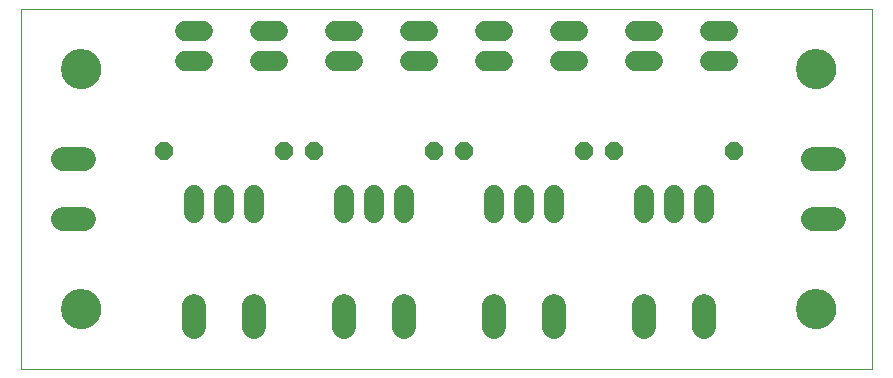
<source format=gbs>
G75*
%MOIN*%
%OFA0B0*%
%FSLAX25Y25*%
%IPPOS*%
%LPD*%
%AMOC8*
5,1,8,0,0,1.08239X$1,22.5*
%
%ADD10C,0.00000*%
%ADD11C,0.06800*%
%ADD12OC8,0.06000*%
%ADD13C,0.07850*%
%ADD14C,0.13398*%
D10*
X0006800Y0001800D02*
X0006800Y0121761D01*
X0290501Y0121761D01*
X0290501Y0001800D01*
X0006800Y0001800D01*
X0020501Y0021800D02*
X0020503Y0021958D01*
X0020509Y0022116D01*
X0020519Y0022274D01*
X0020533Y0022432D01*
X0020551Y0022589D01*
X0020572Y0022746D01*
X0020598Y0022902D01*
X0020628Y0023058D01*
X0020661Y0023213D01*
X0020699Y0023366D01*
X0020740Y0023519D01*
X0020785Y0023671D01*
X0020834Y0023822D01*
X0020887Y0023971D01*
X0020943Y0024119D01*
X0021003Y0024265D01*
X0021067Y0024410D01*
X0021135Y0024553D01*
X0021206Y0024695D01*
X0021280Y0024835D01*
X0021358Y0024972D01*
X0021440Y0025108D01*
X0021524Y0025242D01*
X0021613Y0025373D01*
X0021704Y0025502D01*
X0021799Y0025629D01*
X0021896Y0025754D01*
X0021997Y0025876D01*
X0022101Y0025995D01*
X0022208Y0026112D01*
X0022318Y0026226D01*
X0022431Y0026337D01*
X0022546Y0026446D01*
X0022664Y0026551D01*
X0022785Y0026653D01*
X0022908Y0026753D01*
X0023034Y0026849D01*
X0023162Y0026942D01*
X0023292Y0027032D01*
X0023425Y0027118D01*
X0023560Y0027202D01*
X0023696Y0027281D01*
X0023835Y0027358D01*
X0023976Y0027430D01*
X0024118Y0027500D01*
X0024262Y0027565D01*
X0024408Y0027627D01*
X0024555Y0027685D01*
X0024704Y0027740D01*
X0024854Y0027791D01*
X0025005Y0027838D01*
X0025157Y0027881D01*
X0025310Y0027920D01*
X0025465Y0027956D01*
X0025620Y0027987D01*
X0025776Y0028015D01*
X0025932Y0028039D01*
X0026089Y0028059D01*
X0026247Y0028075D01*
X0026404Y0028087D01*
X0026563Y0028095D01*
X0026721Y0028099D01*
X0026879Y0028099D01*
X0027037Y0028095D01*
X0027196Y0028087D01*
X0027353Y0028075D01*
X0027511Y0028059D01*
X0027668Y0028039D01*
X0027824Y0028015D01*
X0027980Y0027987D01*
X0028135Y0027956D01*
X0028290Y0027920D01*
X0028443Y0027881D01*
X0028595Y0027838D01*
X0028746Y0027791D01*
X0028896Y0027740D01*
X0029045Y0027685D01*
X0029192Y0027627D01*
X0029338Y0027565D01*
X0029482Y0027500D01*
X0029624Y0027430D01*
X0029765Y0027358D01*
X0029904Y0027281D01*
X0030040Y0027202D01*
X0030175Y0027118D01*
X0030308Y0027032D01*
X0030438Y0026942D01*
X0030566Y0026849D01*
X0030692Y0026753D01*
X0030815Y0026653D01*
X0030936Y0026551D01*
X0031054Y0026446D01*
X0031169Y0026337D01*
X0031282Y0026226D01*
X0031392Y0026112D01*
X0031499Y0025995D01*
X0031603Y0025876D01*
X0031704Y0025754D01*
X0031801Y0025629D01*
X0031896Y0025502D01*
X0031987Y0025373D01*
X0032076Y0025242D01*
X0032160Y0025108D01*
X0032242Y0024972D01*
X0032320Y0024835D01*
X0032394Y0024695D01*
X0032465Y0024553D01*
X0032533Y0024410D01*
X0032597Y0024265D01*
X0032657Y0024119D01*
X0032713Y0023971D01*
X0032766Y0023822D01*
X0032815Y0023671D01*
X0032860Y0023519D01*
X0032901Y0023366D01*
X0032939Y0023213D01*
X0032972Y0023058D01*
X0033002Y0022902D01*
X0033028Y0022746D01*
X0033049Y0022589D01*
X0033067Y0022432D01*
X0033081Y0022274D01*
X0033091Y0022116D01*
X0033097Y0021958D01*
X0033099Y0021800D01*
X0033097Y0021642D01*
X0033091Y0021484D01*
X0033081Y0021326D01*
X0033067Y0021168D01*
X0033049Y0021011D01*
X0033028Y0020854D01*
X0033002Y0020698D01*
X0032972Y0020542D01*
X0032939Y0020387D01*
X0032901Y0020234D01*
X0032860Y0020081D01*
X0032815Y0019929D01*
X0032766Y0019778D01*
X0032713Y0019629D01*
X0032657Y0019481D01*
X0032597Y0019335D01*
X0032533Y0019190D01*
X0032465Y0019047D01*
X0032394Y0018905D01*
X0032320Y0018765D01*
X0032242Y0018628D01*
X0032160Y0018492D01*
X0032076Y0018358D01*
X0031987Y0018227D01*
X0031896Y0018098D01*
X0031801Y0017971D01*
X0031704Y0017846D01*
X0031603Y0017724D01*
X0031499Y0017605D01*
X0031392Y0017488D01*
X0031282Y0017374D01*
X0031169Y0017263D01*
X0031054Y0017154D01*
X0030936Y0017049D01*
X0030815Y0016947D01*
X0030692Y0016847D01*
X0030566Y0016751D01*
X0030438Y0016658D01*
X0030308Y0016568D01*
X0030175Y0016482D01*
X0030040Y0016398D01*
X0029904Y0016319D01*
X0029765Y0016242D01*
X0029624Y0016170D01*
X0029482Y0016100D01*
X0029338Y0016035D01*
X0029192Y0015973D01*
X0029045Y0015915D01*
X0028896Y0015860D01*
X0028746Y0015809D01*
X0028595Y0015762D01*
X0028443Y0015719D01*
X0028290Y0015680D01*
X0028135Y0015644D01*
X0027980Y0015613D01*
X0027824Y0015585D01*
X0027668Y0015561D01*
X0027511Y0015541D01*
X0027353Y0015525D01*
X0027196Y0015513D01*
X0027037Y0015505D01*
X0026879Y0015501D01*
X0026721Y0015501D01*
X0026563Y0015505D01*
X0026404Y0015513D01*
X0026247Y0015525D01*
X0026089Y0015541D01*
X0025932Y0015561D01*
X0025776Y0015585D01*
X0025620Y0015613D01*
X0025465Y0015644D01*
X0025310Y0015680D01*
X0025157Y0015719D01*
X0025005Y0015762D01*
X0024854Y0015809D01*
X0024704Y0015860D01*
X0024555Y0015915D01*
X0024408Y0015973D01*
X0024262Y0016035D01*
X0024118Y0016100D01*
X0023976Y0016170D01*
X0023835Y0016242D01*
X0023696Y0016319D01*
X0023560Y0016398D01*
X0023425Y0016482D01*
X0023292Y0016568D01*
X0023162Y0016658D01*
X0023034Y0016751D01*
X0022908Y0016847D01*
X0022785Y0016947D01*
X0022664Y0017049D01*
X0022546Y0017154D01*
X0022431Y0017263D01*
X0022318Y0017374D01*
X0022208Y0017488D01*
X0022101Y0017605D01*
X0021997Y0017724D01*
X0021896Y0017846D01*
X0021799Y0017971D01*
X0021704Y0018098D01*
X0021613Y0018227D01*
X0021524Y0018358D01*
X0021440Y0018492D01*
X0021358Y0018628D01*
X0021280Y0018765D01*
X0021206Y0018905D01*
X0021135Y0019047D01*
X0021067Y0019190D01*
X0021003Y0019335D01*
X0020943Y0019481D01*
X0020887Y0019629D01*
X0020834Y0019778D01*
X0020785Y0019929D01*
X0020740Y0020081D01*
X0020699Y0020234D01*
X0020661Y0020387D01*
X0020628Y0020542D01*
X0020598Y0020698D01*
X0020572Y0020854D01*
X0020551Y0021011D01*
X0020533Y0021168D01*
X0020519Y0021326D01*
X0020509Y0021484D01*
X0020503Y0021642D01*
X0020501Y0021800D01*
X0020501Y0101800D02*
X0020503Y0101958D01*
X0020509Y0102116D01*
X0020519Y0102274D01*
X0020533Y0102432D01*
X0020551Y0102589D01*
X0020572Y0102746D01*
X0020598Y0102902D01*
X0020628Y0103058D01*
X0020661Y0103213D01*
X0020699Y0103366D01*
X0020740Y0103519D01*
X0020785Y0103671D01*
X0020834Y0103822D01*
X0020887Y0103971D01*
X0020943Y0104119D01*
X0021003Y0104265D01*
X0021067Y0104410D01*
X0021135Y0104553D01*
X0021206Y0104695D01*
X0021280Y0104835D01*
X0021358Y0104972D01*
X0021440Y0105108D01*
X0021524Y0105242D01*
X0021613Y0105373D01*
X0021704Y0105502D01*
X0021799Y0105629D01*
X0021896Y0105754D01*
X0021997Y0105876D01*
X0022101Y0105995D01*
X0022208Y0106112D01*
X0022318Y0106226D01*
X0022431Y0106337D01*
X0022546Y0106446D01*
X0022664Y0106551D01*
X0022785Y0106653D01*
X0022908Y0106753D01*
X0023034Y0106849D01*
X0023162Y0106942D01*
X0023292Y0107032D01*
X0023425Y0107118D01*
X0023560Y0107202D01*
X0023696Y0107281D01*
X0023835Y0107358D01*
X0023976Y0107430D01*
X0024118Y0107500D01*
X0024262Y0107565D01*
X0024408Y0107627D01*
X0024555Y0107685D01*
X0024704Y0107740D01*
X0024854Y0107791D01*
X0025005Y0107838D01*
X0025157Y0107881D01*
X0025310Y0107920D01*
X0025465Y0107956D01*
X0025620Y0107987D01*
X0025776Y0108015D01*
X0025932Y0108039D01*
X0026089Y0108059D01*
X0026247Y0108075D01*
X0026404Y0108087D01*
X0026563Y0108095D01*
X0026721Y0108099D01*
X0026879Y0108099D01*
X0027037Y0108095D01*
X0027196Y0108087D01*
X0027353Y0108075D01*
X0027511Y0108059D01*
X0027668Y0108039D01*
X0027824Y0108015D01*
X0027980Y0107987D01*
X0028135Y0107956D01*
X0028290Y0107920D01*
X0028443Y0107881D01*
X0028595Y0107838D01*
X0028746Y0107791D01*
X0028896Y0107740D01*
X0029045Y0107685D01*
X0029192Y0107627D01*
X0029338Y0107565D01*
X0029482Y0107500D01*
X0029624Y0107430D01*
X0029765Y0107358D01*
X0029904Y0107281D01*
X0030040Y0107202D01*
X0030175Y0107118D01*
X0030308Y0107032D01*
X0030438Y0106942D01*
X0030566Y0106849D01*
X0030692Y0106753D01*
X0030815Y0106653D01*
X0030936Y0106551D01*
X0031054Y0106446D01*
X0031169Y0106337D01*
X0031282Y0106226D01*
X0031392Y0106112D01*
X0031499Y0105995D01*
X0031603Y0105876D01*
X0031704Y0105754D01*
X0031801Y0105629D01*
X0031896Y0105502D01*
X0031987Y0105373D01*
X0032076Y0105242D01*
X0032160Y0105108D01*
X0032242Y0104972D01*
X0032320Y0104835D01*
X0032394Y0104695D01*
X0032465Y0104553D01*
X0032533Y0104410D01*
X0032597Y0104265D01*
X0032657Y0104119D01*
X0032713Y0103971D01*
X0032766Y0103822D01*
X0032815Y0103671D01*
X0032860Y0103519D01*
X0032901Y0103366D01*
X0032939Y0103213D01*
X0032972Y0103058D01*
X0033002Y0102902D01*
X0033028Y0102746D01*
X0033049Y0102589D01*
X0033067Y0102432D01*
X0033081Y0102274D01*
X0033091Y0102116D01*
X0033097Y0101958D01*
X0033099Y0101800D01*
X0033097Y0101642D01*
X0033091Y0101484D01*
X0033081Y0101326D01*
X0033067Y0101168D01*
X0033049Y0101011D01*
X0033028Y0100854D01*
X0033002Y0100698D01*
X0032972Y0100542D01*
X0032939Y0100387D01*
X0032901Y0100234D01*
X0032860Y0100081D01*
X0032815Y0099929D01*
X0032766Y0099778D01*
X0032713Y0099629D01*
X0032657Y0099481D01*
X0032597Y0099335D01*
X0032533Y0099190D01*
X0032465Y0099047D01*
X0032394Y0098905D01*
X0032320Y0098765D01*
X0032242Y0098628D01*
X0032160Y0098492D01*
X0032076Y0098358D01*
X0031987Y0098227D01*
X0031896Y0098098D01*
X0031801Y0097971D01*
X0031704Y0097846D01*
X0031603Y0097724D01*
X0031499Y0097605D01*
X0031392Y0097488D01*
X0031282Y0097374D01*
X0031169Y0097263D01*
X0031054Y0097154D01*
X0030936Y0097049D01*
X0030815Y0096947D01*
X0030692Y0096847D01*
X0030566Y0096751D01*
X0030438Y0096658D01*
X0030308Y0096568D01*
X0030175Y0096482D01*
X0030040Y0096398D01*
X0029904Y0096319D01*
X0029765Y0096242D01*
X0029624Y0096170D01*
X0029482Y0096100D01*
X0029338Y0096035D01*
X0029192Y0095973D01*
X0029045Y0095915D01*
X0028896Y0095860D01*
X0028746Y0095809D01*
X0028595Y0095762D01*
X0028443Y0095719D01*
X0028290Y0095680D01*
X0028135Y0095644D01*
X0027980Y0095613D01*
X0027824Y0095585D01*
X0027668Y0095561D01*
X0027511Y0095541D01*
X0027353Y0095525D01*
X0027196Y0095513D01*
X0027037Y0095505D01*
X0026879Y0095501D01*
X0026721Y0095501D01*
X0026563Y0095505D01*
X0026404Y0095513D01*
X0026247Y0095525D01*
X0026089Y0095541D01*
X0025932Y0095561D01*
X0025776Y0095585D01*
X0025620Y0095613D01*
X0025465Y0095644D01*
X0025310Y0095680D01*
X0025157Y0095719D01*
X0025005Y0095762D01*
X0024854Y0095809D01*
X0024704Y0095860D01*
X0024555Y0095915D01*
X0024408Y0095973D01*
X0024262Y0096035D01*
X0024118Y0096100D01*
X0023976Y0096170D01*
X0023835Y0096242D01*
X0023696Y0096319D01*
X0023560Y0096398D01*
X0023425Y0096482D01*
X0023292Y0096568D01*
X0023162Y0096658D01*
X0023034Y0096751D01*
X0022908Y0096847D01*
X0022785Y0096947D01*
X0022664Y0097049D01*
X0022546Y0097154D01*
X0022431Y0097263D01*
X0022318Y0097374D01*
X0022208Y0097488D01*
X0022101Y0097605D01*
X0021997Y0097724D01*
X0021896Y0097846D01*
X0021799Y0097971D01*
X0021704Y0098098D01*
X0021613Y0098227D01*
X0021524Y0098358D01*
X0021440Y0098492D01*
X0021358Y0098628D01*
X0021280Y0098765D01*
X0021206Y0098905D01*
X0021135Y0099047D01*
X0021067Y0099190D01*
X0021003Y0099335D01*
X0020943Y0099481D01*
X0020887Y0099629D01*
X0020834Y0099778D01*
X0020785Y0099929D01*
X0020740Y0100081D01*
X0020699Y0100234D01*
X0020661Y0100387D01*
X0020628Y0100542D01*
X0020598Y0100698D01*
X0020572Y0100854D01*
X0020551Y0101011D01*
X0020533Y0101168D01*
X0020519Y0101326D01*
X0020509Y0101484D01*
X0020503Y0101642D01*
X0020501Y0101800D01*
X0265501Y0101800D02*
X0265503Y0101958D01*
X0265509Y0102116D01*
X0265519Y0102274D01*
X0265533Y0102432D01*
X0265551Y0102589D01*
X0265572Y0102746D01*
X0265598Y0102902D01*
X0265628Y0103058D01*
X0265661Y0103213D01*
X0265699Y0103366D01*
X0265740Y0103519D01*
X0265785Y0103671D01*
X0265834Y0103822D01*
X0265887Y0103971D01*
X0265943Y0104119D01*
X0266003Y0104265D01*
X0266067Y0104410D01*
X0266135Y0104553D01*
X0266206Y0104695D01*
X0266280Y0104835D01*
X0266358Y0104972D01*
X0266440Y0105108D01*
X0266524Y0105242D01*
X0266613Y0105373D01*
X0266704Y0105502D01*
X0266799Y0105629D01*
X0266896Y0105754D01*
X0266997Y0105876D01*
X0267101Y0105995D01*
X0267208Y0106112D01*
X0267318Y0106226D01*
X0267431Y0106337D01*
X0267546Y0106446D01*
X0267664Y0106551D01*
X0267785Y0106653D01*
X0267908Y0106753D01*
X0268034Y0106849D01*
X0268162Y0106942D01*
X0268292Y0107032D01*
X0268425Y0107118D01*
X0268560Y0107202D01*
X0268696Y0107281D01*
X0268835Y0107358D01*
X0268976Y0107430D01*
X0269118Y0107500D01*
X0269262Y0107565D01*
X0269408Y0107627D01*
X0269555Y0107685D01*
X0269704Y0107740D01*
X0269854Y0107791D01*
X0270005Y0107838D01*
X0270157Y0107881D01*
X0270310Y0107920D01*
X0270465Y0107956D01*
X0270620Y0107987D01*
X0270776Y0108015D01*
X0270932Y0108039D01*
X0271089Y0108059D01*
X0271247Y0108075D01*
X0271404Y0108087D01*
X0271563Y0108095D01*
X0271721Y0108099D01*
X0271879Y0108099D01*
X0272037Y0108095D01*
X0272196Y0108087D01*
X0272353Y0108075D01*
X0272511Y0108059D01*
X0272668Y0108039D01*
X0272824Y0108015D01*
X0272980Y0107987D01*
X0273135Y0107956D01*
X0273290Y0107920D01*
X0273443Y0107881D01*
X0273595Y0107838D01*
X0273746Y0107791D01*
X0273896Y0107740D01*
X0274045Y0107685D01*
X0274192Y0107627D01*
X0274338Y0107565D01*
X0274482Y0107500D01*
X0274624Y0107430D01*
X0274765Y0107358D01*
X0274904Y0107281D01*
X0275040Y0107202D01*
X0275175Y0107118D01*
X0275308Y0107032D01*
X0275438Y0106942D01*
X0275566Y0106849D01*
X0275692Y0106753D01*
X0275815Y0106653D01*
X0275936Y0106551D01*
X0276054Y0106446D01*
X0276169Y0106337D01*
X0276282Y0106226D01*
X0276392Y0106112D01*
X0276499Y0105995D01*
X0276603Y0105876D01*
X0276704Y0105754D01*
X0276801Y0105629D01*
X0276896Y0105502D01*
X0276987Y0105373D01*
X0277076Y0105242D01*
X0277160Y0105108D01*
X0277242Y0104972D01*
X0277320Y0104835D01*
X0277394Y0104695D01*
X0277465Y0104553D01*
X0277533Y0104410D01*
X0277597Y0104265D01*
X0277657Y0104119D01*
X0277713Y0103971D01*
X0277766Y0103822D01*
X0277815Y0103671D01*
X0277860Y0103519D01*
X0277901Y0103366D01*
X0277939Y0103213D01*
X0277972Y0103058D01*
X0278002Y0102902D01*
X0278028Y0102746D01*
X0278049Y0102589D01*
X0278067Y0102432D01*
X0278081Y0102274D01*
X0278091Y0102116D01*
X0278097Y0101958D01*
X0278099Y0101800D01*
X0278097Y0101642D01*
X0278091Y0101484D01*
X0278081Y0101326D01*
X0278067Y0101168D01*
X0278049Y0101011D01*
X0278028Y0100854D01*
X0278002Y0100698D01*
X0277972Y0100542D01*
X0277939Y0100387D01*
X0277901Y0100234D01*
X0277860Y0100081D01*
X0277815Y0099929D01*
X0277766Y0099778D01*
X0277713Y0099629D01*
X0277657Y0099481D01*
X0277597Y0099335D01*
X0277533Y0099190D01*
X0277465Y0099047D01*
X0277394Y0098905D01*
X0277320Y0098765D01*
X0277242Y0098628D01*
X0277160Y0098492D01*
X0277076Y0098358D01*
X0276987Y0098227D01*
X0276896Y0098098D01*
X0276801Y0097971D01*
X0276704Y0097846D01*
X0276603Y0097724D01*
X0276499Y0097605D01*
X0276392Y0097488D01*
X0276282Y0097374D01*
X0276169Y0097263D01*
X0276054Y0097154D01*
X0275936Y0097049D01*
X0275815Y0096947D01*
X0275692Y0096847D01*
X0275566Y0096751D01*
X0275438Y0096658D01*
X0275308Y0096568D01*
X0275175Y0096482D01*
X0275040Y0096398D01*
X0274904Y0096319D01*
X0274765Y0096242D01*
X0274624Y0096170D01*
X0274482Y0096100D01*
X0274338Y0096035D01*
X0274192Y0095973D01*
X0274045Y0095915D01*
X0273896Y0095860D01*
X0273746Y0095809D01*
X0273595Y0095762D01*
X0273443Y0095719D01*
X0273290Y0095680D01*
X0273135Y0095644D01*
X0272980Y0095613D01*
X0272824Y0095585D01*
X0272668Y0095561D01*
X0272511Y0095541D01*
X0272353Y0095525D01*
X0272196Y0095513D01*
X0272037Y0095505D01*
X0271879Y0095501D01*
X0271721Y0095501D01*
X0271563Y0095505D01*
X0271404Y0095513D01*
X0271247Y0095525D01*
X0271089Y0095541D01*
X0270932Y0095561D01*
X0270776Y0095585D01*
X0270620Y0095613D01*
X0270465Y0095644D01*
X0270310Y0095680D01*
X0270157Y0095719D01*
X0270005Y0095762D01*
X0269854Y0095809D01*
X0269704Y0095860D01*
X0269555Y0095915D01*
X0269408Y0095973D01*
X0269262Y0096035D01*
X0269118Y0096100D01*
X0268976Y0096170D01*
X0268835Y0096242D01*
X0268696Y0096319D01*
X0268560Y0096398D01*
X0268425Y0096482D01*
X0268292Y0096568D01*
X0268162Y0096658D01*
X0268034Y0096751D01*
X0267908Y0096847D01*
X0267785Y0096947D01*
X0267664Y0097049D01*
X0267546Y0097154D01*
X0267431Y0097263D01*
X0267318Y0097374D01*
X0267208Y0097488D01*
X0267101Y0097605D01*
X0266997Y0097724D01*
X0266896Y0097846D01*
X0266799Y0097971D01*
X0266704Y0098098D01*
X0266613Y0098227D01*
X0266524Y0098358D01*
X0266440Y0098492D01*
X0266358Y0098628D01*
X0266280Y0098765D01*
X0266206Y0098905D01*
X0266135Y0099047D01*
X0266067Y0099190D01*
X0266003Y0099335D01*
X0265943Y0099481D01*
X0265887Y0099629D01*
X0265834Y0099778D01*
X0265785Y0099929D01*
X0265740Y0100081D01*
X0265699Y0100234D01*
X0265661Y0100387D01*
X0265628Y0100542D01*
X0265598Y0100698D01*
X0265572Y0100854D01*
X0265551Y0101011D01*
X0265533Y0101168D01*
X0265519Y0101326D01*
X0265509Y0101484D01*
X0265503Y0101642D01*
X0265501Y0101800D01*
X0265501Y0021800D02*
X0265503Y0021958D01*
X0265509Y0022116D01*
X0265519Y0022274D01*
X0265533Y0022432D01*
X0265551Y0022589D01*
X0265572Y0022746D01*
X0265598Y0022902D01*
X0265628Y0023058D01*
X0265661Y0023213D01*
X0265699Y0023366D01*
X0265740Y0023519D01*
X0265785Y0023671D01*
X0265834Y0023822D01*
X0265887Y0023971D01*
X0265943Y0024119D01*
X0266003Y0024265D01*
X0266067Y0024410D01*
X0266135Y0024553D01*
X0266206Y0024695D01*
X0266280Y0024835D01*
X0266358Y0024972D01*
X0266440Y0025108D01*
X0266524Y0025242D01*
X0266613Y0025373D01*
X0266704Y0025502D01*
X0266799Y0025629D01*
X0266896Y0025754D01*
X0266997Y0025876D01*
X0267101Y0025995D01*
X0267208Y0026112D01*
X0267318Y0026226D01*
X0267431Y0026337D01*
X0267546Y0026446D01*
X0267664Y0026551D01*
X0267785Y0026653D01*
X0267908Y0026753D01*
X0268034Y0026849D01*
X0268162Y0026942D01*
X0268292Y0027032D01*
X0268425Y0027118D01*
X0268560Y0027202D01*
X0268696Y0027281D01*
X0268835Y0027358D01*
X0268976Y0027430D01*
X0269118Y0027500D01*
X0269262Y0027565D01*
X0269408Y0027627D01*
X0269555Y0027685D01*
X0269704Y0027740D01*
X0269854Y0027791D01*
X0270005Y0027838D01*
X0270157Y0027881D01*
X0270310Y0027920D01*
X0270465Y0027956D01*
X0270620Y0027987D01*
X0270776Y0028015D01*
X0270932Y0028039D01*
X0271089Y0028059D01*
X0271247Y0028075D01*
X0271404Y0028087D01*
X0271563Y0028095D01*
X0271721Y0028099D01*
X0271879Y0028099D01*
X0272037Y0028095D01*
X0272196Y0028087D01*
X0272353Y0028075D01*
X0272511Y0028059D01*
X0272668Y0028039D01*
X0272824Y0028015D01*
X0272980Y0027987D01*
X0273135Y0027956D01*
X0273290Y0027920D01*
X0273443Y0027881D01*
X0273595Y0027838D01*
X0273746Y0027791D01*
X0273896Y0027740D01*
X0274045Y0027685D01*
X0274192Y0027627D01*
X0274338Y0027565D01*
X0274482Y0027500D01*
X0274624Y0027430D01*
X0274765Y0027358D01*
X0274904Y0027281D01*
X0275040Y0027202D01*
X0275175Y0027118D01*
X0275308Y0027032D01*
X0275438Y0026942D01*
X0275566Y0026849D01*
X0275692Y0026753D01*
X0275815Y0026653D01*
X0275936Y0026551D01*
X0276054Y0026446D01*
X0276169Y0026337D01*
X0276282Y0026226D01*
X0276392Y0026112D01*
X0276499Y0025995D01*
X0276603Y0025876D01*
X0276704Y0025754D01*
X0276801Y0025629D01*
X0276896Y0025502D01*
X0276987Y0025373D01*
X0277076Y0025242D01*
X0277160Y0025108D01*
X0277242Y0024972D01*
X0277320Y0024835D01*
X0277394Y0024695D01*
X0277465Y0024553D01*
X0277533Y0024410D01*
X0277597Y0024265D01*
X0277657Y0024119D01*
X0277713Y0023971D01*
X0277766Y0023822D01*
X0277815Y0023671D01*
X0277860Y0023519D01*
X0277901Y0023366D01*
X0277939Y0023213D01*
X0277972Y0023058D01*
X0278002Y0022902D01*
X0278028Y0022746D01*
X0278049Y0022589D01*
X0278067Y0022432D01*
X0278081Y0022274D01*
X0278091Y0022116D01*
X0278097Y0021958D01*
X0278099Y0021800D01*
X0278097Y0021642D01*
X0278091Y0021484D01*
X0278081Y0021326D01*
X0278067Y0021168D01*
X0278049Y0021011D01*
X0278028Y0020854D01*
X0278002Y0020698D01*
X0277972Y0020542D01*
X0277939Y0020387D01*
X0277901Y0020234D01*
X0277860Y0020081D01*
X0277815Y0019929D01*
X0277766Y0019778D01*
X0277713Y0019629D01*
X0277657Y0019481D01*
X0277597Y0019335D01*
X0277533Y0019190D01*
X0277465Y0019047D01*
X0277394Y0018905D01*
X0277320Y0018765D01*
X0277242Y0018628D01*
X0277160Y0018492D01*
X0277076Y0018358D01*
X0276987Y0018227D01*
X0276896Y0018098D01*
X0276801Y0017971D01*
X0276704Y0017846D01*
X0276603Y0017724D01*
X0276499Y0017605D01*
X0276392Y0017488D01*
X0276282Y0017374D01*
X0276169Y0017263D01*
X0276054Y0017154D01*
X0275936Y0017049D01*
X0275815Y0016947D01*
X0275692Y0016847D01*
X0275566Y0016751D01*
X0275438Y0016658D01*
X0275308Y0016568D01*
X0275175Y0016482D01*
X0275040Y0016398D01*
X0274904Y0016319D01*
X0274765Y0016242D01*
X0274624Y0016170D01*
X0274482Y0016100D01*
X0274338Y0016035D01*
X0274192Y0015973D01*
X0274045Y0015915D01*
X0273896Y0015860D01*
X0273746Y0015809D01*
X0273595Y0015762D01*
X0273443Y0015719D01*
X0273290Y0015680D01*
X0273135Y0015644D01*
X0272980Y0015613D01*
X0272824Y0015585D01*
X0272668Y0015561D01*
X0272511Y0015541D01*
X0272353Y0015525D01*
X0272196Y0015513D01*
X0272037Y0015505D01*
X0271879Y0015501D01*
X0271721Y0015501D01*
X0271563Y0015505D01*
X0271404Y0015513D01*
X0271247Y0015525D01*
X0271089Y0015541D01*
X0270932Y0015561D01*
X0270776Y0015585D01*
X0270620Y0015613D01*
X0270465Y0015644D01*
X0270310Y0015680D01*
X0270157Y0015719D01*
X0270005Y0015762D01*
X0269854Y0015809D01*
X0269704Y0015860D01*
X0269555Y0015915D01*
X0269408Y0015973D01*
X0269262Y0016035D01*
X0269118Y0016100D01*
X0268976Y0016170D01*
X0268835Y0016242D01*
X0268696Y0016319D01*
X0268560Y0016398D01*
X0268425Y0016482D01*
X0268292Y0016568D01*
X0268162Y0016658D01*
X0268034Y0016751D01*
X0267908Y0016847D01*
X0267785Y0016947D01*
X0267664Y0017049D01*
X0267546Y0017154D01*
X0267431Y0017263D01*
X0267318Y0017374D01*
X0267208Y0017488D01*
X0267101Y0017605D01*
X0266997Y0017724D01*
X0266896Y0017846D01*
X0266799Y0017971D01*
X0266704Y0018098D01*
X0266613Y0018227D01*
X0266524Y0018358D01*
X0266440Y0018492D01*
X0266358Y0018628D01*
X0266280Y0018765D01*
X0266206Y0018905D01*
X0266135Y0019047D01*
X0266067Y0019190D01*
X0266003Y0019335D01*
X0265943Y0019481D01*
X0265887Y0019629D01*
X0265834Y0019778D01*
X0265785Y0019929D01*
X0265740Y0020081D01*
X0265699Y0020234D01*
X0265661Y0020387D01*
X0265628Y0020542D01*
X0265598Y0020698D01*
X0265572Y0020854D01*
X0265551Y0021011D01*
X0265533Y0021168D01*
X0265519Y0021326D01*
X0265509Y0021484D01*
X0265503Y0021642D01*
X0265501Y0021800D01*
D11*
X0234300Y0053800D02*
X0234300Y0059800D01*
X0224300Y0059800D02*
X0224300Y0053800D01*
X0214300Y0053800D02*
X0214300Y0059800D01*
X0184300Y0059800D02*
X0184300Y0053800D01*
X0174300Y0053800D02*
X0174300Y0059800D01*
X0164300Y0059800D02*
X0164300Y0053800D01*
X0134300Y0053800D02*
X0134300Y0059800D01*
X0124300Y0059800D02*
X0124300Y0053800D01*
X0114300Y0053800D02*
X0114300Y0059800D01*
X0084300Y0059800D02*
X0084300Y0053800D01*
X0074300Y0053800D02*
X0074300Y0059800D01*
X0064300Y0059800D02*
X0064300Y0053800D01*
X0067300Y0104300D02*
X0061300Y0104300D01*
X0061300Y0114300D02*
X0067300Y0114300D01*
X0086300Y0114300D02*
X0092300Y0114300D01*
X0111300Y0114300D02*
X0117300Y0114300D01*
X0136300Y0114300D02*
X0142300Y0114300D01*
X0161300Y0114300D02*
X0167300Y0114300D01*
X0186300Y0114300D02*
X0192300Y0114300D01*
X0211300Y0114300D02*
X0217300Y0114300D01*
X0236300Y0114300D02*
X0242300Y0114300D01*
X0242300Y0104300D02*
X0236300Y0104300D01*
X0217300Y0104300D02*
X0211300Y0104300D01*
X0192300Y0104300D02*
X0186300Y0104300D01*
X0167300Y0104300D02*
X0161300Y0104300D01*
X0142300Y0104300D02*
X0136300Y0104300D01*
X0117300Y0104300D02*
X0111300Y0104300D01*
X0092300Y0104300D02*
X0086300Y0104300D01*
D12*
X0094300Y0074300D03*
X0104300Y0074300D03*
X0144300Y0074300D03*
X0154300Y0074300D03*
X0194300Y0074300D03*
X0204300Y0074300D03*
X0244300Y0074300D03*
X0054300Y0074300D03*
D13*
X0027825Y0071800D02*
X0020775Y0071800D01*
X0020775Y0051800D02*
X0027825Y0051800D01*
X0064300Y0022825D02*
X0064300Y0015775D01*
X0084300Y0015775D02*
X0084300Y0022825D01*
X0114300Y0022825D02*
X0114300Y0015775D01*
X0134300Y0015775D02*
X0134300Y0022825D01*
X0164300Y0022825D02*
X0164300Y0015775D01*
X0184300Y0015775D02*
X0184300Y0022825D01*
X0214300Y0022825D02*
X0214300Y0015775D01*
X0234300Y0015775D02*
X0234300Y0022825D01*
X0270775Y0051800D02*
X0277825Y0051800D01*
X0277825Y0071800D02*
X0270775Y0071800D01*
D14*
X0271800Y0101800D03*
X0271800Y0021800D03*
X0026800Y0021800D03*
X0026800Y0101800D03*
M02*

</source>
